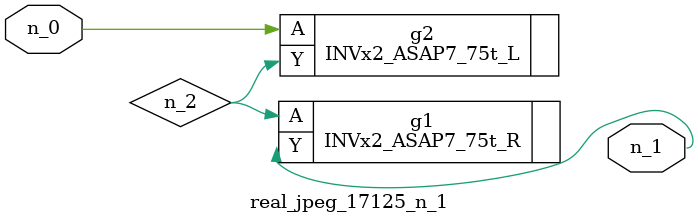
<source format=v>
module real_jpeg_17125_n_1 (n_0, n_1);

input n_0;

output n_1;

wire n_2;

INVx2_ASAP7_75t_L g2 ( 
.A(n_0),
.Y(n_2)
);

INVx2_ASAP7_75t_R g1 ( 
.A(n_2),
.Y(n_1)
);


endmodule
</source>
